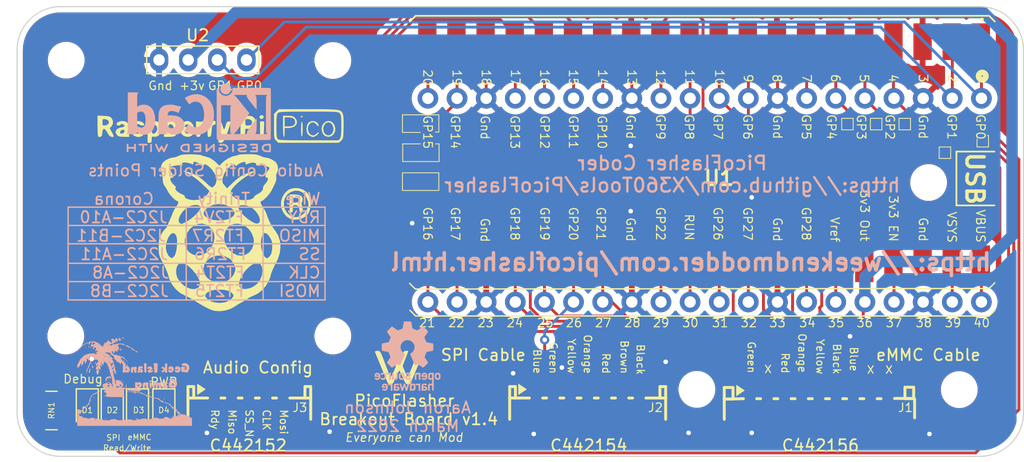
<source format=kicad_pcb>
(kicad_pcb (version 20211014) (generator pcbnew)
  (layers (0 "F.Cu" signal) (31 "B.Cu" signal) (34 "B.Paste" user) (35 "F.Paste" user) (36 "B.SilkS" user "B.Silkscreen") (37 "F.SilkS" user "F.Silkscreen") (38 "B.Mask" user) (39 "F.Mask" user) (44 "Edge.Cuts" user))
  (net 0 "")
  (net 1 "Net-(D1-Pad1)")
  (net 2 "Net-(D2-Pad1)")
  (net 3 "Net-(D3-Pad1)")
  (net 4 "Net-(D4-Pad1)")
  (net 5 "E-Yellow")
  (net 6 "E-Red")
  (net 7 "E-Orange")
  (net 8 "E-Blue")
  (net 9 "S-Orange")
  (net 10 "S-Brown")
  (net 11 "S-Red")
  (net 12 "S-Black")
  (net 13 "S-Blue")
  (net 14 "GND")
  (net 15 "Debug")
  (net 16 "eMMC")
  (net 17 "SPI")
  (net 18 "OLED Data")
  (net 19 "OLED Clock")
  (net 20 "3.3 Out")
  (net 21 "E-Green")
  (net 22 "A_Red")
  (net 23 "A_Black")
  (net 24 "A_Yellow")
  (net 25 "A_Green")
  (net 26 "unconnected-(U1-Pad7)")
  (net 27 "unconnected-(U1-Pad14)")
  (net 28 "unconnected-(U1-Pad29)")
  (net 29 "unconnected-(U1-Pad30)")
  (net 30 "unconnected-(U1-Pad31)")
  (net 31 "unconnected-(U1-Pad32)")
  (net 32 "unconnected-(U1-Pad34)")
  (net 33 "unconnected-(U1-Pad35)")
  (net 34 "unconnected-(U1-Pad37)")
  (net 35 "unconnected-(U1-Pad39)")
  (net 36 "unconnected-(U1-Pad40)")
  (net 39 "A_Blue")
  (net 40 "S-Green")
  (net 41 "unconnected-(J1-Pad2)")
  (footprint "LED_SMD:LED_0805_2012Metric_Pad1.15x1.40mm_HandSolder" (layer "F.Cu") (at 98.75 98.725 -90)
    (fp_text reference "D3")
    (fp_text value "Data" hide)
  )
  (footprint "MountingHole:MountingHole_2.2mm_M2" (layer "F.Cu") (at 92.5 92.25)
    (fp_text reference "REF**" hide)
    (fp_text value "MountingHole_2.2mm_M2" hide)
  )
  (footprint "Merlin:WeekendModder" (layer "F.Cu") (at 121.329503 94.65975)
    (fp_text reference "G***" hide)
    (fp_text value "LOGO" hide)
  )
  (footprint "LED_SMD:LED_0805_2012Metric_Pad1.15x1.40mm_HandSolder" (layer "F.Cu") (at 96.55 98.725 -90)
    (fp_text reference "D2")
    (fp_text value "Data" hide)
  )
  (footprint "MountingHole:MountingHole_2.2mm_M2" (layer "F.Cu") (at 115.7835 92.25)
    (fp_text reference "REF**" hide)
    (fp_text value "MountingHole_2.2mm_M2" hide)
  )
  (footprint "MountingHole:MountingHole_2.2mm_M2" (layer "F.Cu") (at 147.525 96.9)
    (fp_text reference "REF**" hide)
    (fp_text value "MountingHole_2.2mm_M2" hide)
  )
  (footprint "easyeda:CONN-SMD_HX15001-9AWB" (layer "F.Cu") (at 158.2 98.9)
    (fp_text reference "J1")
    (fp_text value "B9B-ZR(LF)(SN)" hide)
  )
  (footprint "MountingHole:MountingHole_2.2mm_M2" (layer "F.Cu") (at 92.5335 68.175)
    (fp_text reference "REF**" hide)
    (fp_text value "MountingHole_2.2mm_M2" hide)
  )
  (footprint "Merlin:PICO_SMD" (layer "F.Cu") (at 122.65 65.75 -90)
    (fp_text reference "U1e" hide)
    (fp_text value "PICO" hide)
  )
  (footprint "Resistor_SMD:R_Array_Convex_4x0603" (layer "F.Cu") (at 91.25 98.75 180)
    (fp_text reference "RN1" hide)
    (fp_text value "2-1622819-4" hide)
  )
  (footprint "LED_SMD:LED_0805_2012Metric_Pad1.15x1.40mm_HandSolder" (layer "F.Cu") (at 101.05 98.725 -90)
    (fp_text reference "D4")
    (fp_text value "PWR" hide)
  )
  (footprint "MountingHole:MountingHole_2.2mm_M2" (layer "F.Cu") (at 167.725 78.85)
    (fp_text reference "REF**" hide)
    (fp_text value "MountingHole_2.2mm_M2" hide)
  )
  (footprint "MountingHole:MountingHole_2.2mm_M2" (layer "F.Cu") (at 170.4 96.925)
    (fp_text reference "REF**" hide)
    (fp_text value "MountingHole_2.2mm_M2" hide)
  )
  (footprint "Merlin:128x64OLED" (layer "F.Cu") (at 104.25 78.75)
    (fp_text reference "U2")
    (fp_text value "OLED:SSD1306")
  )
  (footprint "MountingHole:MountingHole_2.2mm_M2" (layer "F.Cu") (at 115.7835 68.2)
    (fp_text reference "REF**" hide)
    (fp_text value "MountingHole_2.2mm_M2" hide)
  )
  (footprint "easyeda:CONN-SMD_HX15001-7AWB" (layer "F.Cu") (at 138 98.9)
    (fp_text reference "J2")
    (fp_text value "S7B-ZR_LF__SN" hide)
  )
  (footprint "Merlin:RaspberyPi_25x21" (layer "F.Cu") (at 106 81.75)
    (fp_text reference "G***" hide)
    (fp_text value "LOGO" hide)
  )
  (footprint "LED_SMD:LED_0805_2012Metric_Pad1.15x1.40mm_HandSolder" (layer "F.Cu") (at 94.375 98.725 -90)
    (fp_text reference "D1")
    (fp_text value "Debug" hide)
  )
  (footprint "Merlin:PICO_THT" (layer "F.Cu") (at 149.47 76.58 -90)
    (fp_text reference "U1")
    (fp_text value "PICO" hide)
  )
  (footprint "easyeda:CONN-SMD_HX15001-5AWB" (layer "F.Cu") (at 108.5 98.9)
    (fp_text reference "J3")
    (fp_text value "B5B-ZR(LF)(SN)" hide)
  )
  (footprint "Merlin:GeekIsland_10mmX8mm" (layer "B.Cu") (at 98.5 96.1 180)
    (fp_text reference "G***" hide)
    (fp_text value "LOGO" hide)
  )
  (footprint "Symbol:KiCad-Logo2_5mm_SilkScreen" (layer "B.Cu") (at 104.1 73.2 180)
    (fp_text reference "REF**" hide)
    (fp_text value "KiCad-Logo2_5mm_SilkScreen" hide)
  )
  (footprint "Symbol:OSHW-Logo_5.7x6mm_SilkScreen" (layer "B.Cu") (at 122.3 94 180)
    (fp_text reference "REF**" hide)
    (fp_text value "OSHW-Logo_5.7x6mm_SilkScreen" hide)
  )
  (gr_line (start 115.1 89.1) (end 92.7 89.1) (layer "B.SilkS") (width 0.12))
  (gr_line (start 115.1 85.9) (end 92.7 85.9) (layer "B.SilkS") (width 0.12))
  (gr_line (start 115.1 84.2) (end 92.7 84.2) (layer "B.SilkS") (width 0.12))
  (gr_line (start 109.7 81) (end 109.7 89.1) (layer "B.SilkS") (width 0.12))
  (gr_line (start 115.1 81) (end 115.1 89.1) (layer "B.SilkS") (width 0.12))
  (gr_line (start 115.1 82.6) (end 92.7 82.6) (layer "B.SilkS") (width 0.12))
  (gr_line (start 103 81) (end 103 89.1) (layer "B.SilkS") (width 0.12))
  (gr_line (start 115.1 81) (end 92.7 81) (layer "B.SilkS") (width 0.12))
  (gr_line (start 92.7 81) (end 92.7 89.1) (layer "B.SilkS") (width 0.12))
  (gr_line (start 115.1 87.5) (end 92.7 87.5) (layer "B.SilkS") (width 0.12))
  (gr_line (start 170.15 80.85) (end 173.4625 80.85) (layer "F.SilkS") (width 0.15))
  (gr_line (start 125.045 75.48) (end 124.74 75.48) (layer "F.SilkS") (width 0.075))
  (gr_line (start 173 64.3) (end 173.5 64.8) (layer "F.SilkS") (width 0.15))
  (gr_line (start 173.5 90) (end 173 90.5) (layer "F.SilkS") (width 0.12))
  (gr_line (start 173.4625 76.15) (end 170.15 76.15) (layer "F.SilkS") (width 0.15))
  (gr_line (start 122.5 90) (end 123 90.5) (layer "F.SilkS") (width 0.12))
  (gr_line (start 123 90.5) (end 173 90.5) (layer "F.SilkS") (width 0.12))
  (gr_line (start 125.0225 74.45) (end 124.7175 74.45) (layer "F.SilkS") (width 0.075))
  (gr_line (start 173 64.3) (end 123 64.3) (layer "F.SilkS") (width 0.15))
  (gr_line (start 122.975 88.15) (end 122.475 87.65) (layer "F.SilkS") (width 0.12))
  (gr_line (start 173 88.1) (end 123.725 88.15) (layer "F.SilkS") (width 0.12))
  (gr_line (start 173.5 87.6) (end 173 88.1) (layer "F.SilkS") (width 0.12))
  (gr_line (start 170.15 76.15) (end 170.15 80.85) (layer "F.SilkS") (width 0.15))
  (gr_line (start 123.725 88.15) (end 122.975 88.15) (layer "F.SilkS") (width 0.12))
  (gr_line (start 122.5 64.8) (end 123 64.3) (layer "F.SilkS") (width 0.15))
  (gr_arc (start 172.19 63.5) (mid 174.884077 64.615923) (end 176 67.31) (layer "Edge.Cuts") (width 0.1))
  (gr_line (start 92.06 63.5) (end 172.19 63.5) (layer "Edge.Cuts") (width 0.1))
  (gr_arc (start 92.06 102.75) (mid 89.365923 101.634077) (end 88.25 98.94) (layer "Edge.Cuts") (width 0.1))
  (gr_arc (start 88.25 67.31) (mid 89.365923 64.615923) (end 92.06 63.5) (layer "Edge.Cuts") (width 0.1))
  (gr_arc (start 176 98.94) (mid 174.884077 101.634077) (end 172.19 102.75) (layer "Edge.Cuts") (width 0.1))
  (gr_line (start 176 67.31) (end 176 98.94) (layer "Edge.Cuts") (width 0.1))
  (gr_line (start 88.25 67.31) (end 88.25 98.94) (layer "Edge.Cuts") (width 0.1))
  (gr_line (start 92.06 102.75) (end 172.19 102.75) (layer "Edge.Cuts") (width 0.1))
  (gr_text "Wire    Trinity     Corona\nRDY     FT2V4   J2C2-A10\nMISO    FT2R7   J2C2-B11\nSS      FT2R6   J2C2-A11\nCLK     FT2T4   J2C2-A8\nMOSI    FT2T5   J2C2-B8" (at 114.8 84.3) (layer "B.SilkS") (effects (font (size 1 1)) (justify left mirror)))
  (gr_text "PicoFlasher Coder\nhttps://github.com/X360Tools/PicoFlasher" (at 145.375 78.125) (layer "B.SilkS") (effects (font (size 1.2 1.2) (thickness 0.2)) (justify mirror)))
  (gr_text "Aaron Johnson\nMarch 2022" (at 122.3 99.3) (layer "B.SilkS") (effects (font (size 1 1)) (justify mirror)))
  (gr_text "Audio Config Solder Points" (at 104.7 77.8) (layer "B.SilkS") (effects (font (size 1 1)) (justify mirror)))
  (gr_text "https://weekendmodder.com/picoflasher.html" (at 147 85.8) (layer "B.SilkS") (effects (font (size 1.5 1.5) (thickness 0.3)) (justify mirror)))
  (gr_text "PicoFlasher \nBreakout Board v1.4" (at 122.4 98.7) (layer "F.SilkS") (effects (font (size 1 1))))
  (gr_text "C442156" (at 158.3 101.8) (layer "F.SilkS") (effects (font (size 1 1))))
  (gr_text "3" (at 167.25 69.75 270) (layer "F.SilkS") (effects (font (size 0.75 0.75) (thickness 0.1))))
  (gr_text "Blue" (at 133.6 95.6 270) (layer "F.SilkS") (effects (font (size 0.65 0.65) (thickness 0.1)) (justify right)))
  (gr_text "Vref" (at 159.55 82.95 270) (layer "F.SilkS") (effects (font (size 0.75 0.75) (thickness 0.1))))
  (gr_text "Red" (at 155.225 95.575 270) (layer "F.SilkS") (effects (font (size 0.65 0.65) (thickness 0.1)) (justify right)))
  (gr_text "GP2" (at 164.35 74 270) (layer "F.SilkS") (effects (font (size 0.75 0.75) (thickness 0.1))))
  (gr_text "Yellow" (at 158.275 95.65 270) (layer "F.SilkS") (effects (font (size 0.65 0.65) (thickness 0.1)) (justify right)))
  (gr_text "X" (at 162.3 95.2) (layer "F.SilkS") (effects (font (size 0.65 0.65) (thickness 0.1)) (justify left)))
  (gr_text "Green" (at 135 95.6 270) (layer "F.SilkS") (effects (font (size 0.65 0.65) (thickness 0.1)) (justify right)))
  (gr_text "26" (at 136.8 91.1) (layer "F.SilkS") (effects (font (size 0.75 0.75) (thickness 0.1))))
  (gr_text "8" (at 154.5 69.75 270) (layer "F.SilkS") (effects (font (size 0.75 0.75) (thickness 0.1))))
  (gr_text "40" (at 172.35 91.1) (layer "F.SilkS") (effects (font (size 0.75 0.75) (thickness 0.1))))
  (gr_text "35" (at 159.65 91.1) (layer "F.SilkS") (effects (font (size 0.75 0.75) (thickness 0.1))))
  (gr_text "Read/Write" (at 97.85 102.025) (layer "F.SilkS") (effects (font (size 0.5 0.5) (thickness 0.075))))
  (gr_text "Gnd" (at 167.25 74 270) (layer "F.SilkS") (effects (font (size 0.75 0.75) (thickness 0.1))))
  (gr_text "10" (at 149.5 69.7 270) (layer "F.SilkS") (effects (font (size 0.75 0.75) (thickness 0.1))))
  (gr_text "eMMC Cable" (at 167.7 93.9) (layer "F.SilkS") (effects (font (size 1 1))))
  (gr_text "Rdy" (at 105.5 98.6 270) (layer "F.SilkS") (effects (font (size 0.65 0.65) (thickness 0.1)) (justify left)))
  (gr_text "17" (at 131.7 69.7 270) (layer "F.SilkS") (effects (font (size 0.75 0.75) (thickness 0.1))))
  (gr_text "22" (at 126.55 91.1) (layer "F.SilkS") (effects (font (size 0.75 0.75) (thickness 0.1))))
  (gr_text "Miso" (at 107 98.6 270) (layer "F.SilkS") (effects (font (size 0.65 0.65) (thickness 0.1)) (justify left)))
  (gr_text "GP20" (at 136.75 82.45 270) (layer "F.SilkS") (effects (font (size 0.75 0.75) (thickness 0.1))))
  (gr_text "18" (at 129.15 69.7 270) (layer "F.SilkS") (effects (font (size 0.75 0.75) (thickness 0.1))))
  (gr_text "Mosi" (at 111.5 98.6 270) (layer "F.SilkS") (effects (font (size 0.65 0.65) (thickness 0.1)) (justify left)))
  (gr_text "Gnd" (at 141.75 74 270) (layer "F.SilkS") (effects (font (size 0.75 0.75) (thickness 0.1))))
  (gr_text "30" (at 146.95 91.1) (layer "F.SilkS") (effects (font (size 0.75 0.75) (thickness 0.1))))
  (gr_text "16" (at 134.25 69.7 270) (layer "F.SilkS") (effects (font (size 0.75 0.75) (thickness 0.1))))
  (gr_text "Black" (at 142.6 92.9 270) (layer "F.SilkS") (effects (font (size 0.65 0.65) (thickness 0.1)) (justify left)))
  (gr_text "13" (at 141.85 69.7 270) (layer "F.SilkS") (effects (font (size 0.75 0.75) (thickness 0.1))))
  (gr_text "GP19" (at 134.25 82.45 270) (layer "F.SilkS") (effects (font (size 0.75 0.75) (thickness 0.1))))
  (gr_text "38" (at 167.3 91.1) (layer "F.SilkS") (effects (font (size 0.75 0.75) (thickness 0.1))))
  (gr_text "5" (at 162.1 69.75 270) (layer "F.SilkS") (effects (font (size 0.75 0.75) (thickness 0.1))))
  (gr_text "37" (at 164.7 91.1) (layer "F.SilkS") (effects (font (size 0.75 0.75) (thickness 0.1))))
  (gr_text "Blue" (at 161.2 95.4 270) (layer "F.SilkS") (effects (font (size 0.65 0.65) (thickness 0.1)) (justify right)))
  (gr_text "25" (at 134.3 91.1) (layer "F.SilkS") (effects (font (size 0.75 0.75) (thickness 0.1))))
  (gr_text "GP22" (at 144.35 82.45 270) (layer "F.SilkS") (effects (font (size 0.75 0.75) (thickness 0.1))))
  (gr_text "Orange" (at 156.7 95.5 270) (layer "F.SilkS") (effects (font (size 0.65 0.65) (thickness 0.1)) (justify right)))
  (gr_text "3v3 Out" (at 162.15 81.75 270) (layer "F.SilkS") (effects (font (size 0.75 0.75) (thickness 0.1))))
  (gr_text "29" (at 144.4 91.1) (layer "F.SilkS") (effects (font (size 0.75 0.75) (thickness 0.1))))
  (gr_text "SPI" (at 96.65 101.125) (layer "F.SilkS") (effects (font (size 0.5 0.5) (thickness 0.075))))
  (gr_text "Yellow" (at 136.6 95.6 270) (layer "F.SilkS") (effects (font (size 0.65 0.65) (thickness 0.1)) (justify right)))
  (gr_text "15" (at 136.75 69.7 270) (layer "F.SilkS") (effects (font (size 0.75 0.75) (thickness 0.1))))
  (gr_text "GP5" (at 157.05 74 270) (layer "F.SilkS") (effects (font (size 0.75 0.75) (thickness 0.1))))
  (gr_text "2" (at 169.8 69.75 270) (layer "F.SilkS") (effects (font (size 0.75 0.75) (thickness 0.1))))
  (gr_text "GP28" (at 157.05 82.45 270) (layer "F.SilkS") (effects (font (size 0.75 0.75) (thickness 0.1))))
  (gr_text "GP1" (at 169.75 74 270) (layer "F.SilkS") (effects (font (size 0.75 0.75) (thickness 0.1))))
  (gr_text "39" (at 169.85 91.1) (layer "F.SilkS") (effects (font (size 0.75 0.75) (thickness 0.1))))
  (gr_text "GP10" (at 139.25 74.45 270) (layer "F.SilkS") (effects (font (size 0.75 0.75) (thickness 0.1))))
  (gr_text "28" (at 141.9 91.1) (layer "F.SilkS") (effects (font (size 0.75 0.75) (thickness 0.1))))
  (gr_text "C442152" (at 108.4 101.8) (layer "F.SilkS") (effects (font (size 1 1))))
  (gr_text "27" (at 139.35 91.1) (layer "F.SilkS") (effects (font (size 0.75 0.75) (thickness 0.1))))
  (gr_text "GP21" (at 139.15 82.45 270) (layer "F.SilkS") (effects (font (size 0.75 0.75) (thickness 0.1))))
  (gr_text "Black" (at 159.725 94.25 270) (layer "F.SilkS") (effects (font (size 0.65 0.65) (thickness 0.1))))
  (gr_text "Gnd" (at 129.05 74.05 270) (layer "F.SilkS") (effects (font (size 0.75 0.75) (thickness 0.1))))
  (gr_text "Green" (at 152.275 95.55 270) (layer "F.SilkS") (effects (font (size 0.65 0.65) (thickness 0.1)) (justify right)))
  (gr_text "Gnd" (at 141.75 82.95 270) (layer "F.SilkS") (effects (font (size 0.75 0.75) (thickness 0.1))))
  (gr_text "Red" (at 139.6 95.6 270) (layer "F.SilkS") (effects (font (size 0.65 0.65) (thickness 0.1)) (justify right)))
  (gr_text "GP1" (at 106 70.4) (layer "F.SilkS") (effects (font (size 0.75 0.75) (thickness 0.1))))
  (gr_text "33" (at 154.55 91.1) (layer "F.SilkS") (effects (font (size 0.75 0.75) (thickness 0.1))))
  (gr_text "36" (at 162.15 91.1) (layer "F.SilkS") (effects (font (size 0.75 0.75) (thickness 0.1))))
  (gr_text "GP7" (at 149.35 74 270) (layer "F.SilkS") (effects (font (size 0.75 0.75) (thickness 0.1))))
  (gr_text "X" (at 153.35 95.15) (layer "F.SilkS") (effects (font (size 0.65 0.65) (thickness 0.1)) (justify left)))
  (gr_text "GP16" (at 124.05 82.45 270) (layer "F.SilkS") (effects (font (size 0.75 0.75) (thickness 0.1))))
  (gr_text "Brown" (at 141.2 95.6 270) (layer "F.SilkS") (effects (font (size 0.65 0.65) (thickness 0.1)) (justify right)))
  (gr_text "3v3 EN" (at 164.65 82 270) (layer "F.SilkS") (effects (font (size 0.75 0.75) (thickness 0.1))))
  (gr_text "RUN" (at 146.85 82.75 270) (layer "F.SilkS") (effects (font (size 0.75 0.75) (thickness 0.1))))
  (gr_text "GP14" (at 126.45 74.45 270) (layer "F.SilkS") (effects (font (size 0.75 0.75) (thickness 0.1))))
  (gr_text "SPI Cable" (at 128.9 93.9) (layer "F.SilkS") (effects (font (size 1 1))))
  (gr_text "GP15" (at 124.05 74.45 270) (layer "F.SilkS") (effects (font (size 0.75 0.75) (thickness 0.1))))
  (gr_text "Orange" (at 138 95.6 270) (layer "F.SilkS") (effects (font (size 0.65 0.65) (thickness 0.1)) (justify right)))
  (gr_text "34" (at 157.15 91.1) (layer "F.SilkS") (effects (font (size 0.75 0.75) (thickness 0.1))))
  (gr_text "Audio Config" (at 109.25 95) (layer "F.SilkS") (effects (font (size 1 1))))
  (gr_text "+3v" (at 103.5 70.4) (layer "F.SilkS") (effects (font (size 0.75 0.75) (thickness 0.1))))
  (gr_text "GP9" (at 144.35 74 270) (layer "F.SilkS") (effects (font (size 0.75 0.75) (thickness 0.1))))
  (gr_text "20" (at 124.05 69.7 270) (layer "F.SilkS") (effects (font (size 0.75 0.75) (thickness 0.1))))
  (gr_text "GP8" (at 146.85 74 270) (layer "F.SilkS") (effects (font (size 0.75 0.75) (thickness 0.1))))
  (gr_text "X" (at 163.9 95.2) (layer "F.SilkS") (effects (font (size 0.65 0.65) (thickness 0.1)) (justify left)))
  (gr_text "Gnd" (at 100.75 70.4) (layer "F.SilkS") (effects (font (size 0.75 0.75) (thickness 0.1))))
  (gr_text "GP12" (at 134.25 74.45 270) (layer "F.SilkS") (effects (font (size 0.75 0.75) (thickness 0.1))))
  (gr_text "PWR" (at 101.05 96.26) (layer "F.SilkS") (effects (font (size 0.75 0.75) (thickness 0.1))))
  (gr_text "GP27" (at 151.95 82.45 270) (layer "F.SilkS") (effects (font (size 0.75 0.75) (thickness 0.1))))
  (gr_text "Gnd" (at 129.05 83 270) (layer "F.SilkS") (effects (font (size 0.75 0.75) (thickness 0.1))))
  (gr_text "GP6" (at 151.95 74 270) (layer "F.SilkS") (effects (font (size 0.75 0.75) (thickness 0.1))))
  (gr_text "31" (at 149.55 91.1) (layer "F.SilkS") (effects (font (size 0.75 0.75) (thickness 0.1))))
  (gr_text "GP3" (at 161.85 74 270) (layer "F.SilkS") (effects (font (size 0.75 0.75) (thickness 0.1))))
  (gr_text "12" (at 144.35 69.7 270) (layer "F.SilkS") (effects (font (size 0.75 0.75) (thickness 0.1))))
  (gr_text "23" (at 129.1 91.1) (layer "F.SilkS") (effects (font (size 0.75 0.75) (thickness 0.1))))
  (gr_text "GP0" (at 172.25 74 270) (layer "F.SilkS") (effects (font (size 0.75 0.75) (thickness 0.1))))
  (gr_text "4" (at 164.65 69.75 270) (layer "F.SilkS") (effects (font (size 0.75 0.75) (thickness 0.1))))
  (gr_text "CLK" (at 110 98.6 270) (layer "F.SilkS") (effects (font (size 0.65 0.65) (thickness 0.1)) (justify left)))
  (gr_text "GP0" (at 108.5 70.4) (layer "F.SilkS") (effects (font (size 0.75 0.75) (thickness 0.1))))
  (gr_text "GP18" (at 131.65 82.45 270) (layer "F.SilkS") (effects (font (size 0.75 0.75) (thickness 0.1))))
  (gr_text "32" (at 152.05 91.1) (layer "F.SilkS") (effects (font (size 0.75 0.75) (thickness 0.1))))
  (gr_text "GP11" (at 136.75 74.45 270) (layer "F.SilkS") (effects (font (size 0.75 0.75) (thickness 0.1))))
  (gr_text "GP26" (at 149.35 82.45 270) (layer "F.SilkS") (effects (font (size 0.75 0.75) (thickness 0.1))))
  (gr_text "VBUS" (at 172.25 82.65 270) (layer "F.SilkS") (effects (font (size 0.75 0.75) (thickness 0.1))))
  (gr_text "7" (at 157.1 69.75 270) (layer "F.SilkS") (effects (font (size 0.75 0.75) (thickness 0.1))))
  (gr_text "GP13" (at 131.65 74.45 270) (layer "F.SilkS") (effects (font (size 0.75 0.75) (thickness 0.1))))
  (gr_text "SS_N" (at 108.5 98.6 270) (layer "F.SilkS") (effects (font (size 0.65 0.65) (thickness 0.1)) (justify left)))
  (gr_text "eMMC" (at 98.93 101.085) (layer "F.SilkS") (effects (font (size 0.5 0.5) (thickness 0.075))))
  (gr_text "14" (at 139.3 69.7 270) (layer "F.SilkS") (effects (font (size 0.75 0.75) (thickness 0.1))))
  (gr_text "USB" (at 171.75 78.5 270) (layer "F.SilkS") (effects (font (size 1.5 1.5) (thickness 0.3))))
  (gr_text "Gnd" (at 154.55 74 270) (layer "F.SilkS") (effects (font (size 0.75 0.75) (thickness 0.1))))
  (gr_text "C442154" (at 138.1 101.8) (layer "F.SilkS") (effects (font (size 1 1))))
  (gr_text "GP17" (at 126.45 82.45 270) (layer "F.SilkS") (effects (font (size 0.75 0.75) (thickness 0.1))))
  (gr_text "6" (at 159.6 69.75 270) (layer "F.SilkS") (effects (font (size 0.75 0.75) (thickness 0.1))))
  (gr_text "Debug" (at 94 96) (layer "F.SilkS") (effects (font (size 0.75 0.75) (thickness 0.1))))
  (gr_text "VSYS" (at 169.75 82.75 270) (layer "F.SilkS") (effects (font (size 0.75 0.75) (thickness 0.1))))
  (gr_text "Gnd" (at 167.25 82.95 270) (layer "F.SilkS") (effects (font (size 0.75 0.75) (thickness 0.1))))
  (gr_text "Gnd" (at 154.55 82.95 270) (layer "F.SilkS") (effects (font (size 0.75 0.75) (thickness 0.1))))
  (gr_text "21" (at 124 91.1) (layer "F.SilkS") (effects (font (size 0.75 0.75) (thickness 0.1))))
  (gr_text "19" (at 126.6 69.7 270) (layer "F.SilkS") (effects (font (size 0.75 0.75) (thickness 0.1))))
  (gr_text "Everyone can Mod" (at 122 101.1) (layer "F.SilkS") (effects (font (size 0.75 0.75) (thickness 0.1) italic)))
  (gr_text "9" (at 152 69.75 270) (layer "F.SilkS") (effects (font (size 0.75 0.75) (thickness 0.1))))
  (gr_text "24" (at 131.65 91.1) (layer "F.SilkS") (effects (font (size 0.75 0.75) (thickness 0.1))))
  (gr_text "GP4" (at 159.25 74 270) (layer "F.SilkS") (effects (font (size 0.75 0.75) (thickness 0.1))))
  (gr_text "11" (at 146.9 69.7 270) (layer "F.SilkS") (effects (font (size 0.75 0.75) (thickness 0.1))))
  (segment (start 92.15 99.95) (end 92.587506 99.95) (width 0.25) (layer "F.Cu") (net 1))
  (segment (start 94.55 97.999022) (end 94.55 97.7) (width 0.25) (layer "F.Cu") (net 1))
  (segment (start 94.375 98.162506) (end 94.375 97.7) (width 0.25) (layer "F.Cu") (net 1))
  (segment (start 92.587506 99.95) (end 94.375 98.162506) (width 0.25) (layer "F.Cu") (net 1))
  (segment (start 95.70048 96.80048) (end 93.687027 96.80048) (width 0.25) (layer "F.Cu") (net 2))
  (segment (start 96.55 97.7) (end 96.55 97.65) (width 0.25) (layer "F.Cu") (net 2))
  (segment (start 92.560718 99.15) (end 92.15 99.15) (width 0.25) (layer "F.Cu") (net 2))
  (segment (start 93.35 98.360718) (end 92.560718 99.15) (width 0.25) (layer "F.Cu") (net 2))
  (segment (start 93.35 97.137506) (end 93.35 98.360718) (width 0.25) (layer "F.Cu") (net 2))
  (segment (start 96.55 97.65) (end 95.70048 96.80048) (width 0.25) (layer "F.Cu") (net 2))
  (segment (start 93.687027 96.80048) (end 93.581253 96.906253) (width 0.25) (layer "F.Cu") (net 2))
  (segment (start 93.581253 96.906253) (end 93.35 97.137506) (width 0.25) (layer "F.Cu") (net 2))
  (segment (start 92.87548 96.976309) (end 92.87548 98.19952) (width 0.25) (layer "F.Cu") (net 3))
  (segment (start 97.35048 96.30048) (end 93.551309 96.30048) (width 0.25) (layer "F.Cu") (net 3))
  (segment (start 92.87548 98.19952) (end 92.7 98.375) (width 0.25) (layer "F.Cu") (net 3))
  (segment (start 98.75 97.7) (end 97.35048 96.30048) (width 0.25) (layer "F.Cu") (net 3))
  (segment (start 92.7 98.375) (end 92.175 98.375) (width 0.25) (layer "F.Cu") (net 3))
  (segment (start 92.175 98.375) (end 92.15 98.35) (width 0.25) (layer "F.Cu") (net 3))
  (segment (start 93.551309 96.30048) (end 92.87548 96.976309) (width 0.25) (layer "F.Cu") (net 3))
  (segment (start 99.20096 95.85096) (end 93.34904 95.85096) (width 0.25) (layer "F.Cu") (net 4))
  (segment (start 101.05 97.7) (end 99.20096 95.85096) (width 0.25) (layer "F.Cu") (net 4))
  (segment (start 93.34904 95.85096) (end 92.15 97.05) (width 0.25) (layer "F.Cu") (net 4))
  (segment (start 92.15 97.05) (end 92.15 97.55) (width 0.25) (layer "F.Cu") (net 4))
  (segment (start 153.325489 82.425489) (end 153.325489 89.925489) (width 0.25) (layer "F.Cu") (net 5))
  (segment (start 155.100978 99.25) (end 157.385718 99.25) (width 0.25) (layer "F.Cu") (net 5))
  (segment (start 144.34 65.06) (end 145.3 64.1) (width 0.25) (layer "F.Cu") (net 5))
  (segment (start 145.3 64.1) (end 147.469022 64.1) (width 0.25) (layer "F.Cu") (net 5))
  (segment (start 154.5 91.1) (end 154.5 98.649022) (width 0.25) (layer "F.Cu") (net 5))
  (segment (start 148.056511 65.293489) (end 148.056511 77.156511) (width 0.25) (layer "F.Cu") (net 5))
  (segment (start 147.469022 64.1) (end 148.075 64.705978) (width 0.25) (layer "F.Cu") (net 5))
  (segment (start 148.056511 77.156511) (end 153.325489 82.425489) (width 0.25) (layer "F.Cu") (net 5))
  (segment (start 144.392 66.612) (end 144.34 66.56) (width 0.25) (layer "F.Cu") (net 5))
  (segment (start 148.075 65.275) (end 148.056511 65.293489) (width 0.25) (layer "F.Cu") (net 5))
  (segment (start 144.34 66.56) (end 144.34 65.06) (width 0.25) (layer "F.Cu") (net 5))
  (segment (start 157.385718 99.25) (end 158.2 98.435718) (width 0.25) (layer "F.Cu") (net 5))
  (segment (start 154.5 98.649022) (end 155.100978 99.25) (width 0.25) (layer "F.Cu") (net 5))
  (segment (start 148.075 64.705978) (end 148.075 65.275) (width 0.25) (layer "F.Cu") (net 5))
  (segment (start 153.325489 89.925489) (end 154.5 91.1) (width 0.25) (layer "F.Cu") (net 5))
  (segment (start 144.392 71.54) (end 144.392 66.612) (width 0.25) (layer "F.Cu") (net 5))
  (segment (start 158.2 98.435718) (end 158.2 97.1) (width 0.25) (layer "F.Cu") (net 5))
  (segment (start 158.405489 84.256467) (end 158.405489 89.594511) (width 0.25) (layer "F.Cu") (net 6))
  (segment (start 158.2 89.8) (end 158.405489 89.594511) (width 0.25) (layer "F.Cu") (net 6))
  (segment (start 151.96 66.56) (end 152.012 66.612) (width 0.25) (layer "F.Cu") (net 6))
  (segment (start 157.374511 98.625489) (end 157.374511 93.875489) (width 0.25) (layer "F.Cu") (net 6))
  (segment (start 155.325 98.75) (end 157.25 98.75) (width 0.25) (layer "F.Cu") (net 6))
  (segment (start 158.25 93) (end 158.25 89.75) (width 0.25) (layer "F.Cu") (net 6))
  (segment (start 155.2 98.625) (end 155.325 98.75) (width 0.25) (layer "F.Cu") (net 6))
  (segment (start 155.2 97.1) (end 155.2 98.625) (width 0.25) (layer "F.Cu") (net 6))
  (segment (start 157.25 98.75) (end 157.374511 98.625489) (width 0.25) (layer "F.Cu") (net 6))
  (segment (start 152.012 77.862978) (end 158.405489 84.256467) (width 0.25) (layer "F.Cu") (net 6))
  (segment (start 157.374511 93.875489) (end 158.25 93) (width 0.25) (layer "F.Cu") (net 6))
  (segment (start 152.012 66.612) (end 152.012 77.862978) (width 0.25) (layer "F.Cu") (net 6))
  (segment (start 158.25 89.75) (end 158.405489 89.594511) (width 0.25) (layer "F.Cu") (net 6))
  (segment (start 150.7 77.186696) (end 155.865489 82.352185) (width 0.25) (layer "F.Cu") (net 7))
  (segment (start 149.42 66.56) (end 149.472 66.612) (width 0.25) (layer "F.Cu") (net 7))
  (segment (start 149.472 71.54) (end 150.7 72.768) (width 0.25) (layer "F.Cu") (net 7))
  (segment (start 156.7 91.8) (end 156.7 97.1) (width 0.25) (layer "F.Cu") (net 7))
  (segment (start 155.865489 82.352185) (end 155.865489 89.634511) (width 0.25) (layer "F.Cu") (net 7))
  (segment (start 155.865489 89.78721) (end 155.865489 89.634511) (width 0.25) (layer "F.Cu") (net 7))
  (segment (start 155.865489 90.965489) (end 156.7 91.8) (width 0.25) (layer "F.Cu") (net 7))
  (segment (start 149.472 66.612) (end 149.472 71.54) (width 0.25) (layer "F.Cu") (net 7))
  (segment (start 150.7 72.768) (end 150.7 77.186696) (width 0.25) (layer "F.Cu") (net 7))
  (segment (start 155.865489 89.634511) (end 155.865489 90.965489) (width 0.25) (layer "F.Cu") (net 7))
  (segment (start 153 92.6) (end 153 98.5) (width 0.25) (layer "F.Cu") (net 8))
  (segment (start 146.932 80.011022) (end 150.694511 83.773533) (width 0.25) (layer "F.Cu") (net 8))
  (segment (start 146.932 66.612) (end 146.932 80.011022) (width 0.25) (layer "F.Cu") (net 8))
  (segment (start 160.05048 99.69952) (end 161.2 98.55) (width 0.25) (layer "F.Cu") (net 8))
  (segment (start 150.694511 90.294511) (end 153 92.6) (width 0.25) (layer "F.Cu") (net 8))
  (segment (start 153 98.5) (end 154.19952 99.69952) (width 0.25) (layer "F.Cu") (net 8))
  (segment (start 161.2 98.55) (end 161.2 97.1) (width 0.25) (layer "F.Cu") (net 8))
  (segment (start 146.88 66.56) (end 146.932 66.612) (width 0.25) (layer "F.Cu") (net 8))
  (segment (start 150.694511 83.773533) (end 150.694511 90.294511) (width 0.25) (layer "F.Cu") (net 8))
  (segment (start 154.19952 99.69952) (end 160.05048 99.69952) (width 0.25) (layer "F.Cu") (net 8))
  (segment (start 124.07 89.28) (end 126.643071 91.853071) (width 0.25) (layer "F.Cu") (net 9))
  (segment (start 124.02 85.430978) (end 124.02 85.94) (width 0.25) (layer "F.Cu") (net 9))
  (segment (start 138 93) (end 138 97.1) (width 0.25) (layer "F.Cu") (net 9))
  (segment (start 136.853071 91.853071) (end 138 93) (width 0.25) (layer "F.Cu") (net 9))
  (segment (start 124.072 85.992) (end 124.02 85.94) (width 0.25) (layer "F.Cu") (net 9))
  (segment (start 124.07 85.99) (end 124.02 85.94) (width 0.25) (layer "F.Cu") (net 9))
  (segment (start 124.07 89.28) (end 124.07 85.99) (width 0.25) (layer "F.Cu") (net 9))
  (segment (start 126.643071 91.853071) (end 136.853071 91.853071) (width 0.25) (layer "F.Cu") (net 9))
  (segment (start 126.61 89.28) (end 126.61 85.99) (width 0.25) (layer "F.Cu") (net 10))
  (segment (start 141 97.1) (end 141 92.385718) (width 0.25) (layer "F.Cu") (net 10))
  (segment (start 126.61 85.99) (end 126.56 85.94) (width 0.25) (layer "F.Cu") (net 10))
  (segment (start 133 89.781721) (end 133 84) (width 0.25) (layer "F.Cu") (net 10))
  (segment (start 126.56 85.14) (end 126.56 85.94) (width 0.25) (layer "F.Cu") (net 10))
  (segment (start 134.172309 90.954031) (end 133 89.781721) (width 0.25) (layer "F.Cu") (net 10))
  (segment (start 141 92.385718) (end 139.568313 90.954031) (width 0.25) (layer "F.Cu") (net 10))
  (segment (start 126.612 85.992) (end 126.56 85.94) (width 0.25) (layer "F.Cu") (net 10))
  (segment (start 127.95 83.75) (end 126.56 85.14) (width 0.25) (layer "F.Cu") (net 10))
  (segment (start 133 84) (end 132.75 83.75) (width 0.25) (layer "F.Cu") (net 10))
  (segment (start 139.568313 90.954031) (end 134.172309 90.954031) (width 0.25) (layer "F.Cu") (net 10))
  (segment (start 132.75 83.75) (end 127.95 83.75) (width 0.25) (layer "F.Cu") (net 10))
  (segment (start 132.91 90.5) (end 133 90.5) (width 0.25) (layer "F.Cu") (net 11))
  (segment (start 131.69 85.99) (end 131.64 85.94) (width 0.25) (layer "F.Cu") (net 11))
  (segment (start 139.5 92.75) (end 139.5 97.1) (width 0.25) (layer "F.Cu") (net 11))
  (segment (start 131.692 85.992) (end 131.64 85.94) (width 0.25) (layer "F.Cu") (net 11))
  (segment (start 133 90.5) (end 133.903551 91.403551) (width 0.25) (layer "F.Cu") (net 11))
  (segment (start 138.153551 91.403551) (end 139.5 92.75) (width 0.25) (layer "F.Cu") (net 11))
  (segment (start 131.69 89.28) (end 131.69 85.99) (width 0.25) (layer "F.Cu") (net 11))
  (segment (start 133.903551 91.403551) (end 138.153551 91.403551) (width 0.25) (layer "F.Cu") (net 11))
  (segment (start 131.69 89.28) (end 132.91 90.5) (width 0.25) (layer "F.Cu") (net 11))
  (segment (start 136.254511 90.504511) (end 140.707072 90.504511) (width 0.25) (layer "F.Cu") (net 12))
  (segment (start 142.5 92.3) (end 142.5 97.1) (width 0.25) (layer "F.Cu") (net 12))
  (segment (start 134.232 85.992) (end 134.18 85.94) (width 0.25) (layer "F.Cu") (net 12))
  (segment (start 141.8 91.597439) (end 141.8 91.6) (width 0.25) (layer "F.Cu") (net 12))
  (segment (start 141.8 91.6) (end 142.5 92.3) (width 0.25) (layer "F.Cu") (net 12))
  (segment (start 136.25 90.5) (end 136.254511 90.504511) (width 0.25) (layer "F.Cu") (net 12))
  (segment (start 140.707072 90.504511) (end 141.8 91.597439) (width 0.25) (layer "F.Cu") (net 12))
  (segment (start 135.45 90.5) (end 136.25 90.5) (width 0.25) (layer "F.Cu") (net 12))
  (segment (start 134.23 85.99) (end 134.18 85.94) (width 0.25) (layer "F.Cu") (net 12))
  (segment (start 134.23 89.28) (end 135.45 90.5) (width 0.25) (layer "F.Cu") (net 12))
  (segment (start 134.23 89.28) (end 134.23 85.99) (width 0.25) (layer "F.Cu") (net 12))
  (segment (start 133.5 98) (end 133.5 97.1) (width 0.25) (layer "F.Cu") (net 13))
  (segment (start 136.77 85.99) (end 136.72 85.94) (width 0.25) (layer "F.Cu") (net 13))
  (segment (start 136.77 89.28) (end 136.77 85.99) (width 0.25) (layer "F.Cu") (net 13))
  (segment (start 136.772 85.992) (end 136.72 85.94) (width 0.25) (layer "F.Cu") (net 13))
  (segment (start 134.25 94.75) (end 134.25 92.577571) (width 0.25) (layer "F.Cu") (net 13))
  (segment (start 133.5 95.5) (end 134.25 94.75) (width 0.25) (layer "F.Cu") (net 13))
  (segment (start 133.5 95.5) (end 133.5 97.1) (width 0.25) (layer "F.Cu") (net 13))
  (via (at 134.25 92.577571) (size 0.8) (drill 0.4) (layers "F.Cu" "B.Cu") (net 13))
  (segment (start 134.25 91.8) (end 134.25 92.5) (width 0.25) (layer "B.Cu") (net 13))
  (segment (start 136.77 89.28) (end 134.25 91.8) (width 0.25) (layer "B.Cu") (net 13))
  (segment (start 154.552 85.992) (end 154.5 85.94) (width 0.25) (layer "F.Cu") (net 14))
  (segment (start 154.55 85.99) (end 154.5 85.94) (width 0.5) (layer "F.Cu") (net 14))
  (segment (start 154.55 89.28) (end 154.55 85.99) (width 0.5) (layer "F.Cu") (net 14))
  (segment (start 154.552 71.54) (end 154.552 66.612) (width 0.25) (layer "F.Cu") (net 14))
  (segment (start 129.152 66.612) (end 129.1 66.56) (width 0.25) (layer "F.Cu") (net 14))
  (segment (start 141.852 66.612) (end 141.8 66.56) (width 0.25) (layer "F.Cu") (net 14))
  (segment (start 129.152 71.54) (end 129.152 66.612) (width 0.25) (layer "F.Cu") (net 14))
  (segment (start 141.852 71.54) (end 141.852 66.612) (width 0.25) (layer "F.Cu") (net 14))
  (segment (start 136.5 97.1) (end 136.5 95.75) (width 0.25) (layer "F.Cu") (net 14))
  (segment (start 141.85 89.28) (end 141.85 85.99) (width 0.5) (layer "F.Cu") (net 14))
  (segment (start 129.13 71.562) (end 129.152 71.54) (width 0.25) (layer "F.Cu") (net 14))
  (segment (start 129.15 89.28) (end 129.15 85.99) (width 0.5) (layer "F.Cu") (net 14))
  (segment (start 141.85 85.99) (end 141.8 85.94) (width 0.5) (layer "F.Cu") (net 14))
  (segment (start 141.852 85.992) (end 141.8 85.94) (width 0.25) (layer "F.Cu") (net 14))
  (segment (start 129.15 85.99) (end 129.1 85.94) (width 0.5) (layer "F.Cu") (net 14))
  (segment (start 136.5 95.75) (end 135.75 95) (width 0.25) (layer "F.Cu") (net 14))
  (segment (start 154.552 66.612) (end 154.5 66.56) (width 0.25) (layer "F.Cu") (net 14))
  (segment (start 129.152 85.992) (end 129.1 85.94) (width 0.25) (layer "F.Cu") (net 14))
  (via (at 115.5 100.6) (size 0.8) (drill 0.4) (layers "F.Cu" "B.Cu") (net 14))
  (via (at 167.8 100.8) (size 0.8) (drill 0.4) (layers "F.Cu" "B.Cu") (net 14))
  (via (at 133.3 100.8) (size 0.8) (drill 0.4) (layers "F.Cu" "B.Cu") (net 14))
  (via (at 94.75 94.25) (size 0.8) (drill 0.4) (layers "F.Cu" "B.Cu") (net 14))
  (via (at 160.875 92.275) (size 0.8) (drill 0.4) (layers "F.Cu" "B.Cu") (net 14))
  (via (at 122.7 82.4) (size 0.8) (drill 0.4) (layers "F.Cu" "B.Cu") (net 14))
  (via (at 141.75 75.65) (size 0.8) (drill 0.4) (layers "F.Cu" "B.Cu") (net 14))
  (via (at 152.3 100.7) (size 0.8) (drill 0.4) (layers "F.Cu" "B.Cu") (net 14))
  (via (at 141.75 81.35) (size 0.8) (drill 0.4) (layers "F.Cu" "B.Cu") (net 14))
  (via (at 144.8 94.5) (size 0.8) (drill 0.4) (layers "F.Cu" "B.Cu") (net 14))
  (via (at 131.5 95.5) (size 0.8) (drill 0.4) (layers "F.Cu" "B.Cu") (net 14))
  (via (at 104.8 100.7) (size 0.8) (drill 0.4) (layers "F.Cu" "B.Cu") (net 14))
  (via (at 152.3 80.15) (size 0.8) (drill 0.4) (layers "F.Cu" "B.Cu") (net 14))
  (via (at 135.75 95) (size 0.8) (drill 0.4) (layers "F.Cu" "B.Cu") (net 14))
  (via (at 146.8 100.7) (size 0.8) (drill 0.4) (layers "F.Cu" "B.Cu") (net 14))
  (segment (start 94.5 99.75) (end 94.375 99.75) (width 0.25) (layer "F.Cu") (net 15))
  (segment (start 173.137489 101.137489) (end 172.937489 101.337489) (width 0.25) (layer "F.Cu") (net 15))
  (segment (start 175.59808 76.84808) (end 175.59808 98.676899) (width 0.25) (layer "F.Cu") (net 15))
  (segment (start 164.66 71.488) (end 166.672 73.5) (width 0.25) (layer "F.Cu") (net 15))
  (segment (start 97.19952 102.44952) (end 171.825458 102.44952) (width 0.25) (layer "F.Cu") (net 15))
  (segment (start 172.25 73.5) (end 175.59808 76.84808) (width 0.25) (layer "F.Cu") (net 15))
  (segment (start 175.59808 98.676899) (end 173.137489 101.137489) (width 0.25) (layer "F.Cu") (net 15))
  (segment (start 173.137489 101.137489) (end 172.726419 101.54856) (width 0.25) (layer "F.Cu") (net 15))
  (segment (start 95.875 101.125) (end 94.5 99.75) (width 0.25) (layer "F.Cu") (net 15))
  (segment (start 164.66 66.56) (end 164.66 71.488) (width 0.25) (layer "F.Cu") (net 15))
  (segment (start 166.672 73.5) (end 172.25 73.5) (width 0.25) (layer "F.Cu") (net 15))
  (segment (start 171.825458 102.44952) (end 172.937489 101.337489) (width 0.25) (layer "F.Cu") (net 15))
  (segment (start 95.875 101.125) (end 97.19952 102.44952) (width 0.25) (layer "F.Cu") (net 15))
  (segment (start 159.632 71.54) (end 159.632 66.612) (width 0.25) (layer "F.Cu") (net 16))
  (segment (start 131.94952 99.14952) (end 113.24952 99.14952) (width 0.25) (layer "F.Cu") (net 16))
  (segment (start 113.24952 99.14952) (end 111.621916 99.14952) (width 0.25) (layer "F.Cu") (net 16))
  (segment (start 173.654024 99.34952) (end 174.69904 98.304504) (width 0.25) (layer "F.Cu") (net 16))
  (segment (start 153.938803 100.72452) (end 160.32548 100.72452) (width 0.25) (layer "F.Cu") (net 16))
  (segment (start 162.592 74.5) (end 159.632 71.54) (width 0.25) (layer "F.Cu") (net 16))
  (segment (start 171.946436 74.5) (end 162.592 74.5) (width 0.25) (layer "F.Cu") (net 16))
  (segment (start 133.828566 99.6) (end 143.571435 99.6) (width 0.25) (layer "F.Cu") (net 16))
  (segment (start 107.65048 99.6) (end 107.3 99.24952) (width 0.25) (layer "F.Cu") (net 16))
  (segment (start 102.1 100.1) (end 102.1 100.287493) (width 0.25) (layer "F.Cu") (net 16))
  (segment (start 102.1 100.287493) (end 101.286533 101.10096) (width 0.25) (layer "F.Cu") (net 16))
  (segment (start 159.632 66.612) (end 159.58 66.56) (width 0.25) (layer "F.Cu") (net 16))
  (segment (start 132.8 99.14952) (end 131.94952 99.14952) (width 0.25) (layer "F.Cu") (net 16))
  (segment (start 161.70048 99.34952) (end 173.654024 99.34952) (width 0.25) (layer "F.Cu") (net 16))
  (segment (start 111.621916 99.14952) (end 111.171436 99.6) (width 0.25) (layer "F.Cu") (net 16))
  (segment (start 132.15048 99.14952) (end 133.378086 99.14952) (width 0.25) (layer "F.Cu") (net 16))
  (segment (start 107.3 99.24952) (end 102.95048 99.24952) (width 0.25) (layer "F.Cu") (net 16))
  (segment (start 111.171436 99.6) (end 107.65048 99.6) (width 0.25) (layer "F.Cu") (net 16))
  (segment (start 150.829062 99.24952) (end 151.153093 99.573551) (width 0.25) (layer "F.Cu") (net 16))
  (segment (start 143.921915 99.24952) (end 150.829062 99.24952) (width 0.25) (layer "F.Cu") (net 16))
  (segment (start 131.94952 99.14952) (end 132.15048 99.14952) (width 0.25) (layer "F.Cu") (net 16))
  (segment (start 143.571435 99.6) (end 143.921915 99.24952) (width 0.25) (layer "F.Cu") (net 16))
  (segment (start 100.10096 101.10096) (end 98.75 99.75) (width 0.25) (layer "F.Cu") (net 16))
  (segment (start 151.153093 99.573551) (end 152.787833 99.573551) (width 0.25) (layer "F.Cu") (net 16))
  (segment (start 152.787833 99.573551) (end 153.938803 100.72452) (width 0.25) (layer "F.Cu") (net 16))
  (segment (start 101.286533 101.10096) (end 100.10096 101.10096) (width 0.25) (layer "F.Cu") (net 16))
  (segment (start 133.378086 99.14952) (end 133.828566 99.6) (width 0.25) (layer "F.Cu") (net 16))
  (segment (start 102.95048 99.24952) (end 102.1 100.1) (width 0.25) (layer "F.Cu") (net 16))
  (segment (start 174.69904 98.304504) (end 174.69904 77.252604) (width 0.25) (layer "F.Cu") (net 16))
  (segment (start 132.15048 99.14952) (end 132.913802 99.14952) (width 0.25) (layer "F.Cu") (net 16))
  (segment (start 160.32548 100.72452) (end 161.70048 99.34952) (width 0.25) (layer "F.Cu") (net 16))
  (segment (start 174.69904 77.252604) (end 171.946436 74.5) (width 0.25) (layer "F.Cu") (net 16))
  (segment (start 162.172 66.612) (end 162.172 71.54) (width 0.25) (layer "F.Cu") (net 17))
  (segment (start 175.14856 98.490702) (end 171.639262 102) (width 0.25) (layer "F.Cu") (net 17))
  (segment (start 175.14856 77.066406) (end 175.14856 98.490702) (width 0.25) (layer "F.Cu") (net 17))
  (segment (start 162.12 66.56) (end 162.172 66.612) (width 0.25) (layer "F.Cu") (net 17))
  (segment (start 171.639262 102) (end 98.8 102) (width 0.25) (layer "F.Cu") (net 17))
  (segment (start 162.172 71.54) (end 164.632 74) (width 0.25) (layer "F.Cu") (net 17))
  (segment (start 172.082154 74) (end 175.14856 77.066406) (width 0.25) (layer "F.Cu") (net 17))
  (segment (start 98.8 102) (end 96.55 99.75) (width 0.25) (layer "F.Cu") (net 17))
  (segment (start 164.632 74) (end 172.082154 74) (width 0.25) (layer "F.Cu") (net 17))
  (segment (start 172.332 71.54) (end 172.332 66.612) (width 0.25) (layer "F.Cu") (net 18))
  (segment (start 172.332 66.612) (end 172.28 66.56) (width 0.25) (layer "F.Cu") (net 18))
  (segment (start 172.332 71.54) (end 165.632825 64.840825) (width 0.25) (layer "B.Cu") (net 18))
  (segment (start 111.559175 64.840825) (end 108.25 68.15) (width 0.25) (layer "B.Cu") (net 18))
  (segment (start 165.632825 64.840825) (end 111.559175 64.840825) (width 0.25) (layer "B.Cu") (net 18))
  (segment (start 169.792 66.612) (end 169.74 66.56) (width 0.25) (layer "F.Cu") (net 19))
  (segment (start 169.792 71.54) (end 169.792 66.612) (width 0.25) (layer "F.Cu") (net 19))
  (segment (start 163.542345 65.290345) (end 169.792 71.54) (width 0.25) (layer "B.Cu") (net 19))
  (segment (start 107.31 69.75) (end 109 69.75) (width 0.25) (layer "B.Cu") (net 19))
  (segment (start 113.459655 65.290345) (end 163.542345 65.290345) (width 0.25) (layer "B.Cu") (net 19))
  (segment (start 105.71 68.15) (end 107.31 69.75) (width 0.25) (layer "B.Cu") (net 19))
  (segment (start 109 69.75) (end 113.459655 65.290345) (width 0.25) (layer "B.Cu") (net 19))
  (segment (start 133.564283 98.7) (end 111.435718 98.7) (width 0.25) (layer "F.Cu") (net 20))
  (segment (start 143.386197 99.14952) (end 134.013803 99.14952) (width 0.25) (layer "F.Cu") (net 20))
  (segment (start 107.835717 99.14952) (end 107.486197 98.8) (width 0.25) (layer "F.Cu") (net 20))
  (segment (start 111.435718 98.7) (end 110.986198 99.14952) (width 0.25) (layer "F.Cu") (net 20))
  (segment (start 110.986198 99.14952) (end 107.835717 99.14952) (width 0.25) (layer "F.Cu") (net 20))
  (segment (start 160.125 100.275) (end 154.125 100.275) (width 0.25) (layer "F.Cu") (net 20))
  (segment (start 162.12 89.23) (end 162.17 89.28) (width 0.5) (layer "F.Cu") (net 20))
  (segment (start 102 98.8) (end 101.05 99.75) (width 0.25) (layer "F.Cu") (net 20))
  (segment (start 162.025489 98.374511) (end 160.125 100.275) (width 0.25) (layer "F.Cu") (net 20))
  (segment (start 134.013803 99.14952) (end 133.564283 98.7) (width 0.25) (layer "F.Cu") (net 20))
  (segment (start 143.735718 98.8) (end 143.386197 99.14952) (width 0.25) (layer "F.Cu") (net 20))
  (segment (start 162.12 85.94) (end 162.12 89.23) (width 0.5) (layer "F.Cu") (net 20))
  (segment (start 154.125 100.275) (end 152.65 98.8) (width 0.25) (layer "F.Cu") (net 20))
  (segment (start 152.65 98.8) (end 143.735718 98.8) (width 0.25) (layer "F.Cu") (net 20))
  (segment (start 162.17 89.28) (end 162.025489 89.424511) (width 0.25) (layer "F.Cu") (net 20))
  (segment (start 162.025489 89.424511) (end 162.025489 98.374511) (width 0.25) (layer "F.Cu") (net 20))
  (segment (start 107.486197 98.8) (end 102 98.8) (width 0.25) (layer "F.Cu") (net 20))
  (segment (start 172.516305 64.016305) (end 175 66.5) (width 1) (layer "B.Cu") (net 20))
  (segment (start 175 83.5) (end 172.75 85.75) (width 1) (layer "B.Cu") (net 20))
  (segment (start 103.17 68.15) (end 107.303695 64.016305) (width 1) (layer "B.Cu") (net 20))
  (segment (start 162.17 87.08) (end 162.17 89.28) (width 1) (layer "B.Cu") (net 20))
  (segment (start 163.5 85.75) (end 162.17 87.08) (width 1) (layer "B.Cu") (net 20))
  (segment (start 175 66.5) (end 175 83.5) (width 1) (layer "B.Cu") (net 20))
  (segment (start 172.75 85.75) (end 163.5 85.75) (width 1) (layer "B.Cu") (net 20))
  (segment (start 107.303695 64.016305) (end 172.516305 64.016305) (width 1) (layer "B.Cu") (net 20))
  (segment (start 136.72 66.56) (end 136.72 64.97) (width 0.25) (layer "F.Cu") (net 22))
  (segment (start 108.55048 87.313803) (end 108.55048 92.55048) (width 0.25) (layer "F.Cu") (net 22))
  (segment (start 136.772 71.54) (end 136.772 66.612) (width 0.25) (layer "F.Cu") (net 22))
  (segment (start 135.486449 63.736449) (end 122.492115 63.736449) (width 0.25) (layer "F.Cu") (net 22))
  (segment (start 105.5 97.0815) (end 105.5 95.60096) (width 0.25) (layer "F.Cu") (net 22))
  (segment (start 105.5 95.60096) (end 108.55048 92.55048) (width 0.25) (layer "F.Cu") (net 22))
  (segment (start 122.492115 63.736449) (end 120.25 65.978565) (width 0.25) (layer "F.Cu") (net 22))
  (segment (start 120.25 75.614282) (end 108.55048 87.313803) (width 0.25) (layer "F.Cu") (net 22))
  (segment (start 136.772 66.612) (end 136.72 66.56) (width 0.25) (layer "F.Cu") (net 22))
  (segment (start 120.25 65.978565) (end 120.25 75.614282) (width 0.25) (layer "F.Cu") (net 22))
  (segment (start 136.72 64.97) (end 135.486449 63.736449) (width 0.25) (layer "F.Cu") (net 22))
  (segment (start 134.232 66.612) (end 134.18 66.56) (width 0.25) (layer "F.Cu") (net 23))
  (segment (start 107 95.2) (end 109 93.2) (width 0.25) (layer "F.Cu") (net 23))
  (segment (start 107 97.0815) (end 107 95.2) (width 0.25) (layer "F.Cu") (net 23))
  (segment (start 132.611429 64.185969) (end 122.678313 64.185969) (width 0.25) (layer "F.Cu") (net 23))
  (segment (start 109 87.5) (end 109 93.2) (width 0.25) (layer "F.Cu") (net 23))
  (segment (start 120.75 75.75) (end 109 87.5) (width 0.25) (layer "F.Cu") (net 23))
  (segment (start 134.18 66.56) (end 134.18 65.75454) (width 0.25) (layer "F.Cu") (net 23))
  (segment (start 134.18 65.75454) (end 132.611429 64.185969) (width 0.25) (layer "F.Cu") (net 23))
  (segment (start 120.75 66.114283) (end 120.75 75.75) (width 0.25) (layer "F.Cu") (net 23))
  (segment (start 134.232 71.54) (end 134.232 66.612) (width 0.25) (layer "F.Cu") (net 23))
  (segment (start 122.678313 64.185969) (end 120.75 66.114283) (width 0.25) (layer "F.Cu") (net 23))
  (segment (start 131.64 65.89) (end 130.385489 64.635489) (width 0.25) (layer "F.Cu") (net 24))
  (segment (start 108.5 94.69904) (end 109.44952 93.74952) (width 0.25) (layer "F.Cu") (net 24))
  (segment (start 131.64 66.56) (end 131.64 65.89) (width 0.25) (layer "F.Cu") (net 24))
  (segment (start 108.5 97.0815) (end 108.5 94.69904) (width 0.25) (layer "F.Cu") (net 24))
  (segment (start 109.44952 87.686198) (end 109.44952 93.74952) (width 0.25) (layer "F.Cu") (net 24))
  (segment (start 122.864511 64.635489) (end 121.25 66.25) (width 0.25) (layer "F.Cu") (net 24))
  (segment (start 131.692 71.54) (end 131.692 66.612) (width 0.25) (layer "F.Cu") (net 24))
  (segment (start 121.25 75.885717) (end 109.44952 87.686198) (width 0.25) (layer "F.Cu") (net 24))
  (segment (start 121.25 66.25) (end 121.25 75.885717) (width 0.25) (layer "F.Cu") (net 24))
  (segment (start 130.385489 64.635489) (end 122.864511 64.635489) (width 0.25) (layer "F.Cu") (net 24))
  (segment (start 131.692 66.612) (end 131.64 66.56) (width 0.25) (layer "F.Cu") (net 24))
  (segment (start 126.612 66.612) (end 126.56 66.56) (width 0.25) (layer "F.Cu") (net 25))
  (segment (start 110.34856 88.058594) (end 126.612 71.795154) (width 0.25) (layer "F.Cu") (net 25))
  (segment (start 126.612 71.795154) (end 126.612 66.612) (width 0.25) (layer "F.Cu") (net 25))
  (segment (start 110 94.9) (end 110.34856 94.55144) (width 0.25) (layer "F.Cu") (net 25))
  (segment (start 110.34856 94.55144) (end 110.34856 88.058594) (width 0.25) (layer "F.Cu") (net 25))
  (segment (start 110 97.0815) (end 110 94.9) (width 0.25) (layer "F.Cu") (net 25))
  (segment (start 157.092 71.54) (end 157.092 66.612) (width 0.25) (layer "F.Cu") (net 26))
  (segment (start 157.092 66.612) (end 157.04 66.56) (width 0.25) (layer "F.Cu") (net 26))
  (segment (start 139.312 66.612) (end 139.26 66.56) (width 0.25) (layer "F.Cu") (net 27))
  (segment (start 139.312 71.54) (end 139.312 66.612) (width 0.25) (layer "F.Cu") (net 27))
  (segment (start 144.392 85.992) (end 144.34 85.94) (width 0.25) (layer "F.Cu") (net 28))
  (segment (start 144.39 89.28) (end 144.39 85.99) (width 0.25) (layer "F.Cu") (net 28))
  (segment (start 144.39 85.99) (end 144.34 85.94) (width 0.25) (layer "F.Cu") (net 28))
  (segment (start 146.93 89.28) (end 146.93 85.99) (width 0.25) (layer "F.Cu") (net 29))
  (segment (start 146.932 85.992) (end 146.88 85.94) (width 0.25) (layer "F.Cu") (net 29))
  (segment (start 146.93 85.99) (end 146.88 85.94) (width 0.25) (layer "F.Cu") (net 29))
  (segment (start 149.472 85.992) (end 149.42 85.94) (width 0.25) (layer "F.Cu") (net 30))
  (segment (start 149.47 89.28) (end 149.47 85.99) (width 0.25) (layer "F.Cu") (net 30))
  (segment (start 149.47 85.99) (end 149.42 85.94) (width 0.25) (layer "F.Cu") (net 30))
  (segment (start 152.012 85.992) (end 151.96 85.94) (width 0.25) (layer "F.Cu") (net 31))
  (segment (start 152.01 85.99) (end 151.96 85.94) (width 0.25) (layer "F.Cu") (net 31))
  (segment (start 152.01 89.28) (end 152.01 85.99) (width 0.25) (layer "F.Cu") (net 31))
  (segment (start 157.092 85.992) (end 157.04 85.94) (width 0.25) (layer "F.Cu") (net 32))
  (segment (start 157.09 89.28) (end 157.09 85.99) (width 0.25) (layer "F.Cu") (net 32))
  (segment (start 157.09 85.99) (end 157.04 85.94) (width 0.25) (layer "F.Cu") (net 32))
  (segment (start 159.63 89.28) (end 159.63 85.99) (width 0.25) (layer "F.Cu") (net 33))
  (segment (start 159.63 85.99) (end 159.58 85.94) (width 0.25) (layer "F.Cu") (net 33))
  (segment (start 159.632 85.992) (end 159.58 85.94) (width 0.25) (layer "F.Cu") (net 33))
  (segment (start 164.71 89.28) (end 164.71 85.99) (width 0.25) (layer "F.Cu") (net 34))
  (segment (start 164.71 85.99) (end 164.66 85.94) (width 0.25) (layer "F.Cu") (net 34))
  (segment (start 164.712 85.992) (end 164.66 85.94) (width 0.25) (layer "F.Cu") (net 34))
  (segment (start 169.79 85.99) (end 169.74 85.94) (width 0.25) (layer "F.Cu") (net 35))
  (segment (start 169.79 89.28) (end 169.79 85.99) (width 0.25) (layer "F.Cu") (net 35))
  (segment (start 169.792 85.992) (end 169.74 85.94) (width 0.25) (layer "F.Cu") (net 35))
  (segment (start 172.33 89.28) (end 172.33 85.99) (width 0.25) (layer "F.Cu") (net 36))
  (segment (start 172.332 85.992) (end 172.28 85.94) (width 0.25) (layer "F.Cu") (net 36))
  (segment (start 172.33 85.99) (end 172.28 85.94) (width 0.25) (layer "F.Cu") (net 36))
  (segment (start 121.75 67.5) (end 122.69 66.56) (width 0.25) (layer "F.Cu") (net 39))
  (segment (start 109.89904 87.872396) (end 121.75 76.021436) (width 0.25) (layer "F.Cu") (net 39))
  (segment (start 111.5 97.0815) (end 111.5 98) (width 0.25) (layer "F.Cu") (net 39))
  (segment (start 110.8 98.7) (end 109.5 98.7) (width 0.25) (layer "F.Cu") (net 39))
  (segment (start 109.3 98.5) (end 109.3 94.6) (width 0.25) (layer "F.Cu") (net 39))
  (segment (start 109.5 98.7) (end 109.3 98.5) (width 0.25) (layer "F.Cu") (net 39))
  (segment (start 121.75 76.021436) (end 121.75 67.5) (width 0.25) (layer "F.Cu") (net 39))
  (segment (start 124.072 66.612) (end 124.02 66.56) (width 0.25) (layer "F.Cu") (net 39))
  (segment (start 111.5 98) (end 110.8 98.7) (width 0.25) (layer "F.Cu") (net 39))
  (segment (start 124.072 71.54) (end 124.072 66.612) (width 0.25) (layer "F.Cu") (net 39))
  (segment (start 109.3 94.6) (end 109.89904 94.00096) (width 0.25) (layer "F.Cu") (net 39))
  (segment (start 122.69 66.56) (end 124.02 66.56) (width 0.25) (layer "F.Cu") (net 39))
  (segment (start 109.89904 94.00096) (end 109.89904 87.872396) (width 0.25) (layer "F.Cu") (net 39))
  (segment (start 152.2 97.1) (end 152.2 94.5) (width 0.25) (layer "F.Cu") (net 40))
  (segment (start 142.6 90.8) (end 142.2 90.8) (width 0.25) (layer "F.Cu") (net 40))
  (segment (start 138.45 98.7) (end 135.850978 98.7) (width 0.25) (layer "F.Cu") (net 40))
  (segment (start 139.31 89.28) (end 139.31 85.99) (width 0.25) (layer "F.Cu") (net 40))
  (segment (start 142.2 90.8) (end 143.7 92.3) (width 0.25) (layer "F.Cu") (net 40))
  (segment (start 135 97.849022) (end 135 97.1) (width 0.25) (layer "F.Cu") (net 40))
  (segment (start 150.8 93.1) (end 150.6 92.9) (width 0.25) (layer "F.Cu") (net 40))
  (segment (start 143.7 92.3) (end 143.7 98.2) (width 0.25) (layer "F.Cu") (net 40))
  (segment (start 141.638279 90.8) (end 142.6 90.8) (width 0.25) (layer "F.Cu") (net 40))
  (segment (start 150.6 92.9) (end 148.5 90.8) (width 0.25) (layer "F.Cu") (net 40))
  (segment (start 135.850978 98.7) (end 135 97.849022) (width 0.25) (layer "F.Cu") (net 40))
  (segment (start 143.7 98.2) (end 143.2 98.7) (width 0.25) (layer "F.Cu") (net 40))
  (segment (start 152.2 94.5) (end 150.6 92.9) (width 0.25) (layer "F.Cu") (net 40))
  (segment (start 148.5 90.8) (end 142.6 90.8) (width 0.25) (layer "F.Cu") (net 40))
  (segment (start 143.2 98.7) (end 138.45 98.7) (width 0.25) (layer "F.Cu") (net 40))
  (segment (start 139.31 89.28) (end 140.118279 89.28) (width 0.25) (layer "F.Cu") (net 40))
  (segment (start 139.312 85.992) (end 139.26 85.94) (width 0.25) (layer "F.Cu") (net 40))
  (segment (start 140.118279 89.28) (end 141.638279 90.8) (width 0.25) (layer "F.Cu") (net 40))
  (segment (start 139.31 85.99) (end 139.26 85.94) (width 0.25) (layer "F.Cu") (net 40))
  (segment (start 153.7 98) (end 153.7 97.1) (width 0.25) (layer "F.Cu") (net 41))
  (zone (net 14) (net_name "GND") (layer "F.Cu") (connect_pads (clearance 0.508)) (min_thickness 0.254) (fill yes (thermal_gap 0.508) (thermal_bridge_width 0.508))
    (polygon (pts (xy 87.762 103.23) (xy 87.762 62.92) (xy 175.392 62.92) (xy 175.392 103.23)))
  )
  (zone (net 14) (net_name "GND") (layer "B.Cu") (connect_pads (clearance 0.508)) (min_thickness 0.254) (fill yes (thermal_gap 0.508) (thermal_bridge_width 0.508))
    (polygon (pts (xy 86.762 103.23) (xy 86.762 63.32) (xy 175.392 63.32) (xy 175.392 103.23)))
  )
)
</source>
